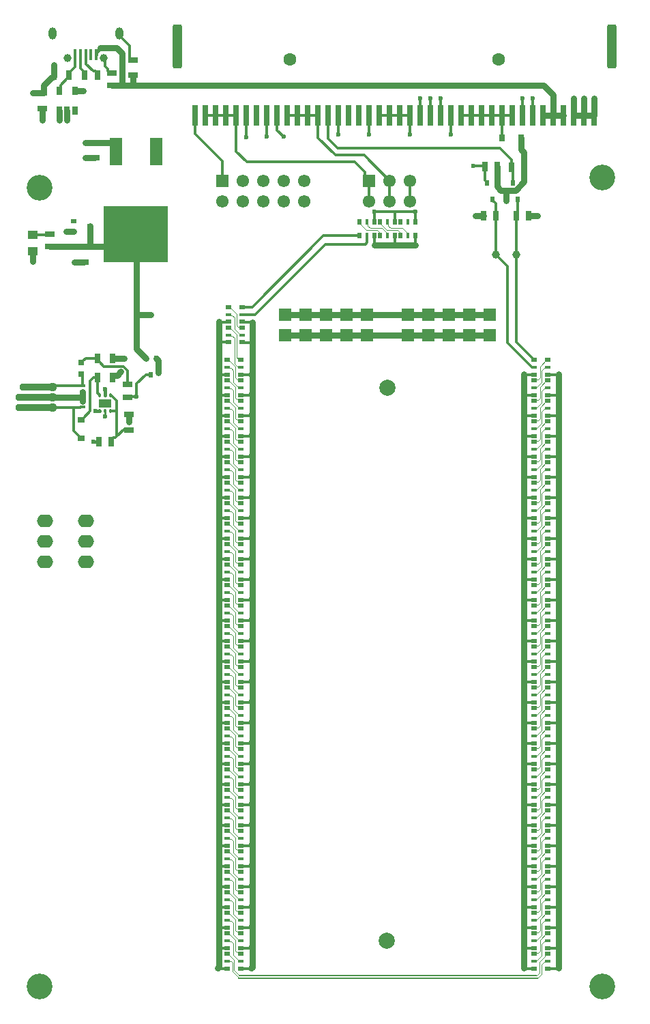
<source format=gtl>
G04*
G04 #@! TF.GenerationSoftware,Altium Limited,Altium Designer,21.7.2 (23)*
G04*
G04 Layer_Physical_Order=1*
G04 Layer_Color=255*
%FSLAX44Y44*%
%MOMM*%
G71*
G04*
G04 #@! TF.SameCoordinates,2D43C529-5F5C-4530-9EA0-3B9ACAEA384B*
G04*
G04*
G04 #@! TF.FilePolarity,Positive*
G04*
G01*
G75*
%ADD10C,0.1016*%
%ADD14C,0.2000*%
%ADD16R,0.4000X1.3500*%
%ADD17R,0.8000X2.5000*%
%ADD18R,0.5000X0.7000*%
%ADD19R,0.8000X0.9000*%
%ADD20R,0.7000X1.3000*%
%ADD21R,0.8000X0.5000*%
%ADD22R,0.8000X0.3000*%
%ADD23C,1.0000*%
%ADD24R,0.9000X0.8000*%
%ADD25R,0.8000X1.2500*%
%ADD26R,1.3000X0.7000*%
G04:AMPARAMS|DCode=27|XSize=0.3mm|YSize=0.45mm|CornerRadius=0.0495mm|HoleSize=0mm|Usage=FLASHONLY|Rotation=180.000|XOffset=0mm|YOffset=0mm|HoleType=Round|Shape=RoundedRectangle|*
%AMROUNDEDRECTD27*
21,1,0.3000,0.3510,0,0,180.0*
21,1,0.2010,0.4500,0,0,180.0*
1,1,0.0990,-0.1005,0.1755*
1,1,0.0990,0.1005,0.1755*
1,1,0.0990,0.1005,-0.1755*
1,1,0.0990,-0.1005,-0.1755*
%
%ADD27ROUNDEDRECTD27*%
%ADD28R,0.7000X0.7500*%
%ADD29R,0.7000X0.4000*%
%ADD30R,1.2500X0.8000*%
%ADD31R,0.5000X0.8000*%
%ADD32R,0.3000X0.8000*%
%ADD33R,0.7000X0.5000*%
%ADD34R,1.2000X1.1000*%
%ADD35R,1.6000X3.5000*%
%ADD36R,8.0000X7.0000*%
%ADD37R,0.7000X1.0000*%
G04:AMPARAMS|DCode=59|XSize=0.9mm|YSize=4.3mm|CornerRadius=0.351mm|HoleSize=0mm|Usage=FLASHONLY|Rotation=90.000|XOffset=0mm|YOffset=0mm|HoleType=Round|Shape=RoundedRectangle|*
%AMROUNDEDRECTD59*
21,1,0.9000,3.5980,0,0,90.0*
21,1,0.1980,4.3000,0,0,90.0*
1,1,0.7020,1.7990,0.0990*
1,1,0.7020,1.7990,-0.0990*
1,1,0.7020,-1.7990,-0.0990*
1,1,0.7020,-1.7990,0.0990*
%
%ADD59ROUNDEDRECTD59*%
G04:AMPARAMS|DCode=60|XSize=0.9mm|YSize=4.8mm|CornerRadius=0.351mm|HoleSize=0mm|Usage=FLASHONLY|Rotation=90.000|XOffset=0mm|YOffset=0mm|HoleType=Round|Shape=RoundedRectangle|*
%AMROUNDEDRECTD60*
21,1,0.9000,4.0980,0,0,90.0*
21,1,0.1980,4.8000,0,0,90.0*
1,1,0.7020,2.0490,0.0990*
1,1,0.7020,2.0490,-0.0990*
1,1,0.7020,-2.0490,-0.0990*
1,1,0.7020,-2.0490,0.0990*
%
%ADD60ROUNDEDRECTD60*%
%ADD69C,1.1100*%
G04:AMPARAMS|DCode=74|XSize=1mm|YSize=1.6mm|CornerRadius=0.05mm|HoleSize=0mm|Usage=FLASHONLY|Rotation=90.000|XOffset=0mm|YOffset=0mm|HoleType=Round|Shape=RoundedRectangle|*
%AMROUNDEDRECTD74*
21,1,1.0000,1.5000,0,0,90.0*
21,1,0.9000,1.6000,0,0,90.0*
1,1,0.1000,0.7500,0.4500*
1,1,0.1000,0.7500,-0.4500*
1,1,0.1000,-0.7500,-0.4500*
1,1,0.1000,-0.7500,0.4500*
%
%ADD74ROUNDEDRECTD74*%
%ADD75C,0.3000*%
%ADD76C,0.7620*%
%ADD77C,0.3048*%
%ADD78C,0.4000*%
%ADD79C,0.2540*%
%ADD80O,1.0000X1.5000*%
G04:AMPARAMS|DCode=81|XSize=5.5mm|YSize=1.2mm|CornerRadius=0.3mm|HoleSize=0mm|Usage=FLASHONLY|Rotation=270.000|XOffset=0mm|YOffset=0mm|HoleType=Round|Shape=RoundedRectangle|*
%AMROUNDEDRECTD81*
21,1,5.5000,0.6000,0,0,270.0*
21,1,4.9000,1.2000,0,0,270.0*
1,1,0.6000,-0.3000,-2.4500*
1,1,0.6000,-0.3000,2.4500*
1,1,0.6000,0.3000,2.4500*
1,1,0.6000,0.3000,-2.4500*
%
%ADD81ROUNDEDRECTD81*%
%ADD82C,1.6000*%
%ADD83O,2.0000X1.6000*%
%ADD84C,3.2000*%
%ADD85C,1.5500*%
%ADD86R,1.5500X1.5500*%
%ADD87C,2.0000*%
%ADD88R,1.6000X1.6000*%
%ADD89C,0.6000*%
D10*
X277368Y56642D02*
X284988Y49022D01*
X656772D02*
X661450Y53700D01*
X495300Y969400D02*
Y971900D01*
X460900Y984900D02*
Y986400D01*
X494308Y972892D02*
X495300Y971900D01*
X494308Y972892D02*
X494308D01*
X469900Y986400D02*
X470892Y985408D01*
Y982022D02*
Y985408D01*
Y982022D02*
X473964Y978950D01*
X488250D01*
X494308Y972892D01*
X485027Y970673D02*
X486300Y969400D01*
X485027Y970673D02*
Y974329D01*
X482726Y976630D02*
X485027Y974329D01*
X460900Y984900D02*
X469170Y976630D01*
X482726D01*
X469900Y969400D02*
Y971900D01*
X435500Y984900D02*
Y986400D01*
X468908Y972892D02*
X469900Y971900D01*
X468908Y972892D02*
X468908D01*
X444500Y986400D02*
X445492Y985408D01*
Y982022D02*
Y985408D01*
Y982022D02*
X448564Y978950D01*
X462850D01*
X468908Y972892D01*
X459627Y970673D02*
X460900Y969400D01*
X459627Y970673D02*
Y974329D01*
X457326Y976630D02*
X459627Y974329D01*
X435500Y984900D02*
X443770Y976630D01*
X457326D01*
X282448Y818727D02*
X283733Y817442D01*
X285908D02*
X287900Y815450D01*
X283733Y817442D02*
X285908D01*
X280128Y810850D02*
X283536Y807442D01*
X286908D02*
X287535Y806815D01*
X283536Y807442D02*
X286908D01*
X282448Y818727D02*
Y847180D01*
X274178Y855450D02*
X282448Y847180D01*
X280128Y810850D02*
Y842386D01*
X277056Y845458D02*
X280128Y842386D01*
X273670Y845458D02*
X277056D01*
X272678Y846450D02*
X273670Y845458D01*
X272678Y855450D02*
X274178D01*
X282448Y859024D02*
Y872580D01*
X274178Y880850D02*
X282448Y872580D01*
Y859024D02*
X284749Y856723D01*
X288405D01*
X289678Y855450D01*
X280128Y853500D02*
X286186Y847442D01*
X280128Y853500D02*
Y867786D01*
X277056Y870858D02*
X280128Y867786D01*
X273670Y870858D02*
X277056D01*
X272678Y871850D02*
X273670Y870858D01*
X286186Y847442D02*
Y847442D01*
Y847442D02*
X287178Y846450D01*
X272678Y880850D02*
X274178D01*
X287178Y846450D02*
X289678D01*
X655200Y51950D02*
X658622Y55372D01*
X279400Y58420D02*
X285870Y51950D01*
X277368Y56642D02*
Y68268D01*
X275786Y69850D02*
X277368Y68268D01*
X270900Y69850D02*
X275786D01*
X661450Y53700D02*
Y65786D01*
X664522Y68858D01*
X667908D01*
X668900Y69850D01*
X272400Y78850D02*
X274392Y76858D01*
Y76678D02*
X279400Y71670D01*
X270900Y78850D02*
X272400D01*
X279400Y58420D02*
Y71670D01*
X274392Y76678D02*
Y76858D01*
X658622Y55372D02*
Y68572D01*
X665588Y76858D02*
X667580Y78850D01*
X658622Y68572D02*
X665588Y75538D01*
X667580Y78850D02*
X668900D01*
X665588Y75538D02*
Y76858D01*
X280924Y82678D02*
Y96234D01*
X272654Y104504D02*
X280924Y96234D01*
Y82678D02*
X283225Y80377D01*
X286881D01*
X288154Y79104D01*
X278604Y77154D02*
X284662Y71096D01*
X278604Y77154D02*
Y91440D01*
X275532Y94512D02*
X278604Y91440D01*
X272146Y94512D02*
X275532D01*
X271154Y95504D02*
X272146Y94512D01*
X284662Y71096D02*
Y71096D01*
Y71096D02*
X285654Y70104D01*
X271154Y104504D02*
X272654D01*
X285654Y70104D02*
X288154D01*
X280924Y108078D02*
Y121634D01*
X272654Y129904D02*
X280924Y121634D01*
Y108078D02*
X283225Y105777D01*
X286881D01*
X288154Y104504D01*
X278604Y102554D02*
X284662Y96496D01*
X278604Y102554D02*
Y116840D01*
X275532Y119912D02*
X278604Y116840D01*
X272146Y119912D02*
X275532D01*
X271154Y120904D02*
X272146Y119912D01*
X284662Y96496D02*
Y96496D01*
Y96496D02*
X285654Y95504D01*
X271154Y129904D02*
X272654D01*
X285654Y95504D02*
X288154D01*
X280924Y133478D02*
Y147034D01*
X272654Y155304D02*
X280924Y147034D01*
Y133478D02*
X283225Y131177D01*
X286881D01*
X288154Y129904D01*
X278604Y127954D02*
X284662Y121896D01*
X278604Y127954D02*
Y142240D01*
X275532Y145312D02*
X278604Y142240D01*
X272146Y145312D02*
X275532D01*
X271154Y146304D02*
X272146Y145312D01*
X284662Y121896D02*
Y121896D01*
Y121896D02*
X285654Y120904D01*
X271154Y155304D02*
X272654D01*
X285654Y120904D02*
X288154D01*
X280924Y158878D02*
Y172434D01*
X272654Y180704D02*
X280924Y172434D01*
Y158878D02*
X283225Y156577D01*
X286881D01*
X288154Y155304D01*
X278604Y153354D02*
X284662Y147296D01*
X278604Y153354D02*
Y167640D01*
X275532Y170712D02*
X278604Y167640D01*
X272146Y170712D02*
X275532D01*
X271154Y171704D02*
X272146Y170712D01*
X284662Y147296D02*
Y147296D01*
Y147296D02*
X285654Y146304D01*
X271154Y180704D02*
X272654D01*
X285654Y146304D02*
X288154D01*
X280924Y184278D02*
Y197834D01*
X272654Y206104D02*
X280924Y197834D01*
Y184278D02*
X283225Y181977D01*
X286881D01*
X288154Y180704D01*
X278604Y178754D02*
X284662Y172696D01*
X278604Y178754D02*
Y193040D01*
X275532Y196112D02*
X278604Y193040D01*
X272146Y196112D02*
X275532D01*
X271154Y197104D02*
X272146Y196112D01*
X284662Y172696D02*
Y172696D01*
Y172696D02*
X285654Y171704D01*
X271154Y206104D02*
X272654D01*
X285654Y171704D02*
X288154D01*
X280924Y209678D02*
Y223234D01*
X272654Y231504D02*
X280924Y223234D01*
Y209678D02*
X283225Y207377D01*
X286881D01*
X288154Y206104D01*
X278604Y204154D02*
X284662Y198096D01*
X278604Y204154D02*
Y218440D01*
X275532Y221512D02*
X278604Y218440D01*
X272146Y221512D02*
X275532D01*
X271154Y222504D02*
X272146Y221512D01*
X284662Y198096D02*
Y198096D01*
Y198096D02*
X285654Y197104D01*
X271154Y231504D02*
X272654D01*
X285654Y197104D02*
X288154D01*
X280924Y235078D02*
Y248634D01*
X272654Y256904D02*
X280924Y248634D01*
Y235078D02*
X283225Y232777D01*
X286881D01*
X288154Y231504D01*
X278604Y229554D02*
X284662Y223496D01*
X278604Y229554D02*
Y243840D01*
X275532Y246912D02*
X278604Y243840D01*
X272146Y246912D02*
X275532D01*
X271154Y247904D02*
X272146Y246912D01*
X284662Y223496D02*
Y223496D01*
Y223496D02*
X285654Y222504D01*
X271154Y256904D02*
X272654D01*
X285654Y222504D02*
X288154D01*
X280924Y260478D02*
Y274034D01*
X272654Y282304D02*
X280924Y274034D01*
Y260478D02*
X283225Y258177D01*
X286881D01*
X288154Y256904D01*
X278604Y254954D02*
X284662Y248896D01*
X278604Y254954D02*
Y269240D01*
X275532Y272312D02*
X278604Y269240D01*
X272146Y272312D02*
X275532D01*
X271154Y273304D02*
X272146Y272312D01*
X284662Y248896D02*
Y248896D01*
Y248896D02*
X285654Y247904D01*
X271154Y282304D02*
X272654D01*
X285654Y247904D02*
X288154D01*
X280924Y285878D02*
Y299434D01*
X272654Y307704D02*
X280924Y299434D01*
Y285878D02*
X283225Y283577D01*
X286881D01*
X288154Y282304D01*
X278604Y280354D02*
X284662Y274296D01*
X278604Y280354D02*
Y294640D01*
X275532Y297712D02*
X278604Y294640D01*
X272146Y297712D02*
X275532D01*
X271154Y298704D02*
X272146Y297712D01*
X284662Y274296D02*
Y274296D01*
Y274296D02*
X285654Y273304D01*
X271154Y307704D02*
X272654D01*
X285654Y273304D02*
X288154D01*
X280924Y311278D02*
Y324834D01*
X272654Y333104D02*
X280924Y324834D01*
Y311278D02*
X283225Y308977D01*
X286881D01*
X288154Y307704D01*
X278604Y305754D02*
X284662Y299696D01*
X278604Y305754D02*
Y320040D01*
X275532Y323112D02*
X278604Y320040D01*
X272146Y323112D02*
X275532D01*
X271154Y324104D02*
X272146Y323112D01*
X284662Y299696D02*
Y299696D01*
Y299696D02*
X285654Y298704D01*
X271154Y333104D02*
X272654D01*
X285654Y298704D02*
X288154D01*
X280924Y336678D02*
Y350234D01*
X272654Y358504D02*
X280924Y350234D01*
Y336678D02*
X283225Y334377D01*
X286881D01*
X288154Y333104D01*
X278604Y331154D02*
X284662Y325096D01*
X278604Y331154D02*
Y345440D01*
X275532Y348512D02*
X278604Y345440D01*
X272146Y348512D02*
X275532D01*
X271154Y349504D02*
X272146Y348512D01*
X284662Y325096D02*
Y325096D01*
Y325096D02*
X285654Y324104D01*
X271154Y358504D02*
X272654D01*
X285654Y324104D02*
X288154D01*
X280924Y362078D02*
Y375634D01*
X272654Y383904D02*
X280924Y375634D01*
Y362078D02*
X283225Y359777D01*
X286881D01*
X288154Y358504D01*
X278604Y356554D02*
X284662Y350496D01*
X278604Y356554D02*
Y370840D01*
X275532Y373912D02*
X278604Y370840D01*
X272146Y373912D02*
X275532D01*
X271154Y374904D02*
X272146Y373912D01*
X284662Y350496D02*
Y350496D01*
Y350496D02*
X285654Y349504D01*
X271154Y383904D02*
X272654D01*
X285654Y349504D02*
X288154D01*
X280924Y387478D02*
Y401034D01*
X272654Y409304D02*
X280924Y401034D01*
Y387478D02*
X283225Y385177D01*
X286881D01*
X288154Y383904D01*
X278604Y381954D02*
X284662Y375896D01*
X278604Y381954D02*
Y396240D01*
X275532Y399312D02*
X278604Y396240D01*
X272146Y399312D02*
X275532D01*
X271154Y400304D02*
X272146Y399312D01*
X284662Y375896D02*
Y375896D01*
Y375896D02*
X285654Y374904D01*
X271154Y409304D02*
X272654D01*
X285654Y374904D02*
X288154D01*
X280924Y412878D02*
Y426434D01*
X272654Y434704D02*
X280924Y426434D01*
Y412878D02*
X283225Y410577D01*
X286881D01*
X288154Y409304D01*
X278604Y407354D02*
X284662Y401296D01*
X278604Y407354D02*
Y421640D01*
X275532Y424712D02*
X278604Y421640D01*
X272146Y424712D02*
X275532D01*
X271154Y425704D02*
X272146Y424712D01*
X284662Y401296D02*
Y401296D01*
Y401296D02*
X285654Y400304D01*
X271154Y434704D02*
X272654D01*
X285654Y400304D02*
X288154D01*
X280924Y438278D02*
Y451834D01*
X272654Y460104D02*
X280924Y451834D01*
Y438278D02*
X283225Y435977D01*
X286881D01*
X288154Y434704D01*
X278604Y432754D02*
X284662Y426696D01*
X278604Y432754D02*
Y447040D01*
X275532Y450112D02*
X278604Y447040D01*
X272146Y450112D02*
X275532D01*
X271154Y451104D02*
X272146Y450112D01*
X284662Y426696D02*
Y426696D01*
Y426696D02*
X285654Y425704D01*
X271154Y460104D02*
X272654D01*
X285654Y425704D02*
X288154D01*
X280924Y463678D02*
Y477234D01*
X272654Y485504D02*
X280924Y477234D01*
Y463678D02*
X283225Y461377D01*
X286881D01*
X288154Y460104D01*
X278604Y458154D02*
X284662Y452096D01*
X278604Y458154D02*
Y472440D01*
X275532Y475512D02*
X278604Y472440D01*
X272146Y475512D02*
X275532D01*
X271154Y476504D02*
X272146Y475512D01*
X284662Y452096D02*
Y452096D01*
Y452096D02*
X285654Y451104D01*
X271154Y485504D02*
X272654D01*
X285654Y451104D02*
X288154D01*
X280924Y489078D02*
Y502634D01*
X272654Y510904D02*
X280924Y502634D01*
Y489078D02*
X283225Y486777D01*
X286881D01*
X288154Y485504D01*
X278604Y483554D02*
X284662Y477496D01*
X278604Y483554D02*
Y497840D01*
X275532Y500912D02*
X278604Y497840D01*
X272146Y500912D02*
X275532D01*
X271154Y501904D02*
X272146Y500912D01*
X284662Y477496D02*
Y477496D01*
Y477496D02*
X285654Y476504D01*
X271154Y510904D02*
X272654D01*
X285654Y476504D02*
X288154D01*
X280924Y514478D02*
Y528034D01*
X272654Y536304D02*
X280924Y528034D01*
Y514478D02*
X283225Y512177D01*
X286881D01*
X288154Y510904D01*
X278604Y508954D02*
X284662Y502896D01*
X278604Y508954D02*
Y523240D01*
X275532Y526312D02*
X278604Y523240D01*
X272146Y526312D02*
X275532D01*
X271154Y527304D02*
X272146Y526312D01*
X284662Y502896D02*
Y502896D01*
Y502896D02*
X285654Y501904D01*
X271154Y536304D02*
X272654D01*
X285654Y501904D02*
X288154D01*
X280924Y539878D02*
Y553434D01*
X272654Y561704D02*
X280924Y553434D01*
Y539878D02*
X283225Y537577D01*
X286881D01*
X288154Y536304D01*
X278604Y534354D02*
X284662Y528296D01*
X278604Y534354D02*
Y548640D01*
X275532Y551712D02*
X278604Y548640D01*
X272146Y551712D02*
X275532D01*
X271154Y552704D02*
X272146Y551712D01*
X284662Y528296D02*
Y528296D01*
Y528296D02*
X285654Y527304D01*
X271154Y561704D02*
X272654D01*
X285654Y527304D02*
X288154D01*
X280924Y565278D02*
Y578834D01*
X272654Y587104D02*
X280924Y578834D01*
Y565278D02*
X283225Y562977D01*
X286881D01*
X288154Y561704D01*
X278604Y559754D02*
X284662Y553696D01*
X278604Y559754D02*
Y574040D01*
X275532Y577112D02*
X278604Y574040D01*
X272146Y577112D02*
X275532D01*
X271154Y578104D02*
X272146Y577112D01*
X284662Y553696D02*
Y553696D01*
Y553696D02*
X285654Y552704D01*
X271154Y587104D02*
X272654D01*
X285654Y552704D02*
X288154D01*
X280924Y590678D02*
Y604234D01*
X272654Y612504D02*
X280924Y604234D01*
Y590678D02*
X283225Y588377D01*
X286881D01*
X288154Y587104D01*
X278604Y585154D02*
X284662Y579096D01*
X278604Y585154D02*
Y599440D01*
X275532Y602512D02*
X278604Y599440D01*
X272146Y602512D02*
X275532D01*
X271154Y603504D02*
X272146Y602512D01*
X284662Y579096D02*
Y579096D01*
Y579096D02*
X285654Y578104D01*
X271154Y612504D02*
X272654D01*
X285654Y578104D02*
X288154D01*
X280924Y616078D02*
Y629634D01*
X272654Y637904D02*
X280924Y629634D01*
Y616078D02*
X283225Y613777D01*
X286881D01*
X288154Y612504D01*
X278604Y610554D02*
X284662Y604496D01*
X278604Y610554D02*
Y624840D01*
X275532Y627912D02*
X278604Y624840D01*
X272146Y627912D02*
X275532D01*
X271154Y628904D02*
X272146Y627912D01*
X284662Y604496D02*
Y604496D01*
Y604496D02*
X285654Y603504D01*
X271154Y637904D02*
X272654D01*
X285654Y603504D02*
X288154D01*
X280924Y641478D02*
Y655034D01*
X272654Y663304D02*
X280924Y655034D01*
Y641478D02*
X283225Y639177D01*
X286881D01*
X288154Y637904D01*
X278604Y635954D02*
X284662Y629896D01*
X278604Y635954D02*
Y650240D01*
X275532Y653312D02*
X278604Y650240D01*
X272146Y653312D02*
X275532D01*
X271154Y654304D02*
X272146Y653312D01*
X284662Y629896D02*
Y629896D01*
Y629896D02*
X285654Y628904D01*
X271154Y663304D02*
X272654D01*
X285654Y628904D02*
X288154D01*
X280924Y666878D02*
Y680434D01*
X272654Y688704D02*
X280924Y680434D01*
Y666878D02*
X283225Y664577D01*
X286881D01*
X288154Y663304D01*
X278604Y661354D02*
X284662Y655296D01*
X278604Y661354D02*
Y675640D01*
X275532Y678712D02*
X278604Y675640D01*
X272146Y678712D02*
X275532D01*
X271154Y679704D02*
X272146Y678712D01*
X284662Y655296D02*
Y655296D01*
Y655296D02*
X285654Y654304D01*
X271154Y688704D02*
X272654D01*
X285654Y654304D02*
X288154D01*
X280924Y692278D02*
Y705834D01*
X272654Y714104D02*
X280924Y705834D01*
Y692278D02*
X283225Y689977D01*
X286881D01*
X288154Y688704D01*
X278604Y686754D02*
X284662Y680696D01*
X278604Y686754D02*
Y701040D01*
X275532Y704112D02*
X278604Y701040D01*
X272146Y704112D02*
X275532D01*
X271154Y705104D02*
X272146Y704112D01*
X284662Y680696D02*
Y680696D01*
Y680696D02*
X285654Y679704D01*
X271154Y714104D02*
X272654D01*
X285654Y679704D02*
X288154D01*
X280924Y717678D02*
Y731234D01*
X272654Y739504D02*
X280924Y731234D01*
Y717678D02*
X283225Y715377D01*
X286881D01*
X288154Y714104D01*
X278604Y712154D02*
X284662Y706096D01*
X278604Y712154D02*
Y726440D01*
X275532Y729512D02*
X278604Y726440D01*
X272146Y729512D02*
X275532D01*
X271154Y730504D02*
X272146Y729512D01*
X284662Y706096D02*
Y706096D01*
Y706096D02*
X285654Y705104D01*
X271154Y739504D02*
X272654D01*
X285654Y705104D02*
X288154D01*
X280924Y743078D02*
Y756634D01*
X272654Y764904D02*
X280924Y756634D01*
Y743078D02*
X283225Y740777D01*
X286881D01*
X288154Y739504D01*
X278604Y737554D02*
X284662Y731496D01*
X278604Y737554D02*
Y751840D01*
X275532Y754912D02*
X278604Y751840D01*
X272146Y754912D02*
X275532D01*
X271154Y755904D02*
X272146Y754912D01*
X284662Y731496D02*
Y731496D01*
Y731496D02*
X285654Y730504D01*
X271154Y764904D02*
X272654D01*
X285654Y730504D02*
X288154D01*
X280924Y768478D02*
Y782034D01*
X272654Y790304D02*
X280924Y782034D01*
Y768478D02*
X283225Y766177D01*
X286881D01*
X288154Y764904D01*
X278604Y762954D02*
X284662Y756896D01*
X278604Y762954D02*
Y777240D01*
X275532Y780312D02*
X278604Y777240D01*
X272146Y780312D02*
X275532D01*
X271154Y781304D02*
X272146Y780312D01*
X284662Y756896D02*
Y756896D01*
Y756896D02*
X285654Y755904D01*
X271154Y790304D02*
X272654D01*
X285654Y755904D02*
X288154D01*
X285654Y781050D02*
X288154D01*
X271154Y815450D02*
X272654D01*
X284662Y782042D02*
X285654Y781050D01*
X284662Y782042D02*
Y782042D01*
X271154Y806450D02*
X272146Y805458D01*
X275532D01*
X278604Y802386D01*
Y788100D02*
Y802386D01*
Y788100D02*
X284662Y782042D01*
X286881Y791323D02*
X288154Y790050D01*
X283225Y791323D02*
X286881D01*
X280924Y793624D02*
X283225Y791323D01*
X272654Y815450D02*
X280924Y807180D01*
Y793624D02*
Y807180D01*
X651900Y69850D02*
X654400D01*
X667400Y104250D02*
X668900D01*
X654400Y69850D02*
X655392Y70842D01*
Y70842D01*
X667908Y94258D02*
X668900Y95250D01*
X664522Y94258D02*
X667908D01*
X661450Y91186D02*
X664522Y94258D01*
X661450Y76900D02*
Y91186D01*
X655392Y70842D02*
X661450Y76900D01*
X651900Y78850D02*
X653173Y80123D01*
X656829D01*
X659130Y82424D01*
Y95980D02*
X667400Y104250D01*
X659130Y82424D02*
Y95980D01*
X651900Y95250D02*
X654400D01*
X667400Y129650D02*
X668900D01*
X654400Y95250D02*
X655392Y96242D01*
Y96242D01*
X667908Y119658D02*
X668900Y120650D01*
X664522Y119658D02*
X667908D01*
X661450Y116586D02*
X664522Y119658D01*
X661450Y102300D02*
Y116586D01*
X655392Y96242D02*
X661450Y102300D01*
X651900Y104250D02*
X653173Y105523D01*
X656829D01*
X659130Y107824D01*
Y121380D02*
X667400Y129650D01*
X659130Y107824D02*
Y121380D01*
X651900Y120650D02*
X654400D01*
X667400Y155050D02*
X668900D01*
X654400Y120650D02*
X655392Y121642D01*
Y121642D01*
X667908Y145058D02*
X668900Y146050D01*
X664522Y145058D02*
X667908D01*
X661450Y141986D02*
X664522Y145058D01*
X661450Y127700D02*
Y141986D01*
X655392Y121642D02*
X661450Y127700D01*
X651900Y129650D02*
X653173Y130923D01*
X656829D01*
X659130Y133224D01*
Y146780D02*
X667400Y155050D01*
X659130Y133224D02*
Y146780D01*
X651900Y146050D02*
X654400D01*
X667400Y180450D02*
X668900D01*
X654400Y146050D02*
X655392Y147042D01*
Y147042D01*
X667908Y170458D02*
X668900Y171450D01*
X664522Y170458D02*
X667908D01*
X661450Y167386D02*
X664522Y170458D01*
X661450Y153100D02*
Y167386D01*
X655392Y147042D02*
X661450Y153100D01*
X651900Y155050D02*
X653173Y156323D01*
X656829D01*
X659130Y158624D01*
Y172180D02*
X667400Y180450D01*
X659130Y158624D02*
Y172180D01*
X651900Y171450D02*
X654400D01*
X667400Y205850D02*
X668900D01*
X654400Y171450D02*
X655392Y172442D01*
Y172442D01*
X667908Y195858D02*
X668900Y196850D01*
X664522Y195858D02*
X667908D01*
X661450Y192786D02*
X664522Y195858D01*
X661450Y178500D02*
Y192786D01*
X655392Y172442D02*
X661450Y178500D01*
X651900Y180450D02*
X653173Y181723D01*
X656829D01*
X659130Y184024D01*
Y197580D02*
X667400Y205850D01*
X659130Y184024D02*
Y197580D01*
X651900Y196850D02*
X654400D01*
X667400Y231250D02*
X668900D01*
X654400Y196850D02*
X655392Y197842D01*
Y197842D01*
X667908Y221258D02*
X668900Y222250D01*
X664522Y221258D02*
X667908D01*
X661450Y218186D02*
X664522Y221258D01*
X661450Y203900D02*
Y218186D01*
X655392Y197842D02*
X661450Y203900D01*
X651900Y205850D02*
X653173Y207123D01*
X656829D01*
X659130Y209424D01*
Y222980D02*
X667400Y231250D01*
X659130Y209424D02*
Y222980D01*
X651900Y222250D02*
X654400D01*
X667400Y256650D02*
X668900D01*
X654400Y222250D02*
X655392Y223242D01*
Y223242D01*
X667908Y246658D02*
X668900Y247650D01*
X664522Y246658D02*
X667908D01*
X661450Y243586D02*
X664522Y246658D01*
X661450Y229300D02*
Y243586D01*
X655392Y223242D02*
X661450Y229300D01*
X651900Y231250D02*
X653173Y232523D01*
X656829D01*
X659130Y234824D01*
Y248380D02*
X667400Y256650D01*
X659130Y234824D02*
Y248380D01*
X651900Y247650D02*
X654400D01*
X667400Y282050D02*
X668900D01*
X654400Y247650D02*
X655392Y248642D01*
Y248642D01*
X667908Y272058D02*
X668900Y273050D01*
X664522Y272058D02*
X667908D01*
X661450Y268986D02*
X664522Y272058D01*
X661450Y254700D02*
Y268986D01*
X655392Y248642D02*
X661450Y254700D01*
X651900Y256650D02*
X653173Y257923D01*
X656829D01*
X659130Y260224D01*
Y273780D02*
X667400Y282050D01*
X659130Y260224D02*
Y273780D01*
X651900Y273050D02*
X654400D01*
X667400Y307450D02*
X668900D01*
X654400Y273050D02*
X655392Y274042D01*
Y274042D01*
X667908Y297458D02*
X668900Y298450D01*
X664522Y297458D02*
X667908D01*
X661450Y294386D02*
X664522Y297458D01*
X661450Y280100D02*
Y294386D01*
X655392Y274042D02*
X661450Y280100D01*
X651900Y282050D02*
X653173Y283323D01*
X656829D01*
X659130Y285624D01*
Y299180D02*
X667400Y307450D01*
X659130Y285624D02*
Y299180D01*
X651900Y298450D02*
X654400D01*
X667400Y332850D02*
X668900D01*
X654400Y298450D02*
X655392Y299442D01*
Y299442D01*
X667908Y322858D02*
X668900Y323850D01*
X664522Y322858D02*
X667908D01*
X661450Y319786D02*
X664522Y322858D01*
X661450Y305500D02*
Y319786D01*
X655392Y299442D02*
X661450Y305500D01*
X651900Y307450D02*
X653173Y308723D01*
X656829D01*
X659130Y311024D01*
Y324580D02*
X667400Y332850D01*
X659130Y311024D02*
Y324580D01*
X651900Y323850D02*
X654400D01*
X667400Y358250D02*
X668900D01*
X654400Y323850D02*
X655392Y324842D01*
Y324842D01*
X667908Y348258D02*
X668900Y349250D01*
X664522Y348258D02*
X667908D01*
X661450Y345186D02*
X664522Y348258D01*
X661450Y330900D02*
Y345186D01*
X655392Y324842D02*
X661450Y330900D01*
X651900Y332850D02*
X653173Y334123D01*
X656829D01*
X659130Y336424D01*
Y349980D02*
X667400Y358250D01*
X659130Y336424D02*
Y349980D01*
X651900Y349250D02*
X654400D01*
X667400Y383650D02*
X668900D01*
X654400Y349250D02*
X655392Y350242D01*
Y350242D01*
X667908Y373658D02*
X668900Y374650D01*
X664522Y373658D02*
X667908D01*
X661450Y370586D02*
X664522Y373658D01*
X661450Y356300D02*
Y370586D01*
X655392Y350242D02*
X661450Y356300D01*
X651900Y358250D02*
X653173Y359523D01*
X656829D01*
X659130Y361824D01*
Y375380D02*
X667400Y383650D01*
X659130Y361824D02*
Y375380D01*
X651900Y374650D02*
X654400D01*
X667400Y409050D02*
X668900D01*
X654400Y374650D02*
X655392Y375642D01*
Y375642D01*
X667908Y399058D02*
X668900Y400050D01*
X664522Y399058D02*
X667908D01*
X661450Y395986D02*
X664522Y399058D01*
X661450Y381700D02*
Y395986D01*
X655392Y375642D02*
X661450Y381700D01*
X651900Y383650D02*
X653173Y384923D01*
X656829D01*
X659130Y387224D01*
Y400780D02*
X667400Y409050D01*
X659130Y387224D02*
Y400780D01*
X651900Y400050D02*
X654400D01*
X667400Y434450D02*
X668900D01*
X654400Y400050D02*
X655392Y401042D01*
Y401042D01*
X667908Y424458D02*
X668900Y425450D01*
X664522Y424458D02*
X667908D01*
X661450Y421386D02*
X664522Y424458D01*
X661450Y407100D02*
Y421386D01*
X655392Y401042D02*
X661450Y407100D01*
X651900Y409050D02*
X653173Y410323D01*
X656829D01*
X659130Y412624D01*
Y426180D02*
X667400Y434450D01*
X659130Y412624D02*
Y426180D01*
X651900Y425450D02*
X654400D01*
X667400Y459850D02*
X668900D01*
X654400Y425450D02*
X655392Y426442D01*
Y426442D01*
X667908Y449858D02*
X668900Y450850D01*
X664522Y449858D02*
X667908D01*
X661450Y446786D02*
X664522Y449858D01*
X661450Y432500D02*
Y446786D01*
X655392Y426442D02*
X661450Y432500D01*
X651900Y434450D02*
X653173Y435723D01*
X656829D01*
X659130Y438024D01*
Y451580D02*
X667400Y459850D01*
X659130Y438024D02*
Y451580D01*
X651900Y450850D02*
X654400D01*
X667400Y485250D02*
X668900D01*
X654400Y450850D02*
X655392Y451842D01*
Y451842D01*
X667908Y475258D02*
X668900Y476250D01*
X664522Y475258D02*
X667908D01*
X661450Y472186D02*
X664522Y475258D01*
X661450Y457900D02*
Y472186D01*
X655392Y451842D02*
X661450Y457900D01*
X651900Y459850D02*
X653173Y461123D01*
X656829D01*
X659130Y463424D01*
Y476980D02*
X667400Y485250D01*
X659130Y463424D02*
Y476980D01*
X651900Y476250D02*
X654400D01*
X667400Y510650D02*
X668900D01*
X654400Y476250D02*
X655392Y477242D01*
Y477242D01*
X667908Y500658D02*
X668900Y501650D01*
X664522Y500658D02*
X667908D01*
X661450Y497586D02*
X664522Y500658D01*
X661450Y483300D02*
Y497586D01*
X655392Y477242D02*
X661450Y483300D01*
X651900Y485250D02*
X653173Y486523D01*
X656829D01*
X659130Y488824D01*
Y502380D02*
X667400Y510650D01*
X659130Y488824D02*
Y502380D01*
X651900Y501650D02*
X654400D01*
X667400Y536050D02*
X668900D01*
X654400Y501650D02*
X655392Y502642D01*
Y502642D01*
X667908Y526058D02*
X668900Y527050D01*
X664522Y526058D02*
X667908D01*
X661450Y522986D02*
X664522Y526058D01*
X661450Y508700D02*
Y522986D01*
X655392Y502642D02*
X661450Y508700D01*
X651900Y510650D02*
X653173Y511923D01*
X656829D01*
X659130Y514224D01*
Y527780D02*
X667400Y536050D01*
X659130Y514224D02*
Y527780D01*
X651900Y527050D02*
X654400D01*
X667400Y561450D02*
X668900D01*
X654400Y527050D02*
X655392Y528042D01*
Y528042D01*
X667908Y551458D02*
X668900Y552450D01*
X664522Y551458D02*
X667908D01*
X661450Y548386D02*
X664522Y551458D01*
X661450Y534100D02*
Y548386D01*
X655392Y528042D02*
X661450Y534100D01*
X651900Y536050D02*
X653173Y537323D01*
X656829D01*
X659130Y539624D01*
Y553180D02*
X667400Y561450D01*
X659130Y539624D02*
Y553180D01*
X651900Y552450D02*
X654400D01*
X667400Y586850D02*
X668900D01*
X654400Y552450D02*
X655392Y553442D01*
Y553442D01*
X667908Y576858D02*
X668900Y577850D01*
X664522Y576858D02*
X667908D01*
X661450Y573786D02*
X664522Y576858D01*
X661450Y559500D02*
Y573786D01*
X655392Y553442D02*
X661450Y559500D01*
X651900Y561450D02*
X653173Y562723D01*
X656829D01*
X659130Y565024D01*
Y578580D02*
X667400Y586850D01*
X659130Y565024D02*
Y578580D01*
X651900Y577850D02*
X654400D01*
X667400Y612250D02*
X668900D01*
X654400Y577850D02*
X655392Y578842D01*
Y578842D01*
X667908Y602258D02*
X668900Y603250D01*
X664522Y602258D02*
X667908D01*
X661450Y599186D02*
X664522Y602258D01*
X661450Y584900D02*
Y599186D01*
X655392Y578842D02*
X661450Y584900D01*
X651900Y586850D02*
X653173Y588123D01*
X656829D01*
X659130Y590424D01*
Y603980D02*
X667400Y612250D01*
X659130Y590424D02*
Y603980D01*
X651900Y603250D02*
X654400D01*
X667400Y637650D02*
X668900D01*
X654400Y603250D02*
X655392Y604242D01*
Y604242D01*
X667908Y627658D02*
X668900Y628650D01*
X664522Y627658D02*
X667908D01*
X661450Y624586D02*
X664522Y627658D01*
X661450Y610300D02*
Y624586D01*
X655392Y604242D02*
X661450Y610300D01*
X651900Y612250D02*
X653173Y613523D01*
X656829D01*
X659130Y615824D01*
Y629380D02*
X667400Y637650D01*
X659130Y615824D02*
Y629380D01*
X651900Y628650D02*
X654400D01*
X667400Y663050D02*
X668900D01*
X654400Y628650D02*
X655392Y629642D01*
Y629642D01*
X667908Y653058D02*
X668900Y654050D01*
X664522Y653058D02*
X667908D01*
X661450Y649986D02*
X664522Y653058D01*
X661450Y635700D02*
Y649986D01*
X655392Y629642D02*
X661450Y635700D01*
X651900Y637650D02*
X653173Y638923D01*
X656829D01*
X659130Y641224D01*
Y654780D02*
X667400Y663050D01*
X659130Y641224D02*
Y654780D01*
X651900Y654050D02*
X654400D01*
X667400Y688450D02*
X668900D01*
X654400Y654050D02*
X655392Y655042D01*
Y655042D01*
X667908Y678458D02*
X668900Y679450D01*
X664522Y678458D02*
X667908D01*
X661450Y675386D02*
X664522Y678458D01*
X661450Y661100D02*
Y675386D01*
X655392Y655042D02*
X661450Y661100D01*
X651900Y663050D02*
X653173Y664323D01*
X656829D01*
X659130Y666624D01*
Y680180D02*
X667400Y688450D01*
X659130Y666624D02*
Y680180D01*
X651900Y679450D02*
X654400D01*
X667400Y713850D02*
X668900D01*
X654400Y679450D02*
X655392Y680442D01*
Y680442D01*
X667908Y703858D02*
X668900Y704850D01*
X664522Y703858D02*
X667908D01*
X661450Y700786D02*
X664522Y703858D01*
X661450Y686500D02*
Y700786D01*
X655392Y680442D02*
X661450Y686500D01*
X651900Y688450D02*
X653173Y689723D01*
X656829D01*
X659130Y692024D01*
Y705580D02*
X667400Y713850D01*
X659130Y692024D02*
Y705580D01*
X651900Y704850D02*
X654400D01*
X667400Y739250D02*
X668900D01*
X654400Y704850D02*
X655392Y705842D01*
Y705842D01*
X667908Y729258D02*
X668900Y730250D01*
X664522Y729258D02*
X667908D01*
X661450Y726186D02*
X664522Y729258D01*
X661450Y711900D02*
Y726186D01*
X655392Y705842D02*
X661450Y711900D01*
X651900Y713850D02*
X653173Y715123D01*
X656829D01*
X659130Y717424D01*
Y730980D02*
X667400Y739250D01*
X659130Y717424D02*
Y730980D01*
X651900Y730250D02*
X654400D01*
X667400Y764650D02*
X668900D01*
X654400Y730250D02*
X655392Y731242D01*
Y731242D01*
X667908Y754658D02*
X668900Y755650D01*
X664522Y754658D02*
X667908D01*
X661450Y751586D02*
X664522Y754658D01*
X661450Y737300D02*
Y751586D01*
X655392Y731242D02*
X661450Y737300D01*
X651900Y739250D02*
X653173Y740523D01*
X656829D01*
X659130Y742824D01*
Y756380D02*
X667400Y764650D01*
X659130Y742824D02*
Y756380D01*
X651900Y755650D02*
X654400D01*
X667400Y790050D02*
X668900D01*
X654400Y755650D02*
X655392Y756642D01*
Y756642D01*
X667908Y780058D02*
X668900Y781050D01*
X664522Y780058D02*
X667908D01*
X661450Y776986D02*
X664522Y780058D01*
X661450Y762700D02*
Y776986D01*
X655392Y756642D02*
X661450Y762700D01*
X651900Y764650D02*
X653173Y765923D01*
X656829D01*
X659130Y768224D01*
Y781780D02*
X667400Y790050D01*
X659130Y768224D02*
Y781780D01*
Y793624D02*
Y807180D01*
X667400Y815450D01*
X656829Y791323D02*
X659130Y793624D01*
X653173Y791323D02*
X656829D01*
X651900Y790050D02*
X653173Y791323D01*
X655392Y782042D02*
X661450Y788100D01*
Y802386D01*
X664522Y805458D01*
X667908D01*
X668900Y806450D01*
X655392Y782042D02*
Y782042D01*
X654400Y781050D02*
X655392Y782042D01*
X667400Y815450D02*
X668900D01*
X651900Y781050D02*
X654400D01*
D14*
X285076Y48934D02*
X656449D01*
X656537Y49022D02*
X656772D01*
X656449Y48934D02*
X656537Y49022D01*
X284988D02*
X285076Y48934D01*
X285870Y51950D02*
X655200D01*
D16*
X108400Y1193800D02*
D03*
X101900D02*
D03*
X95400D02*
D03*
X88900D02*
D03*
X82400D02*
D03*
D17*
X726440Y1118870D02*
D03*
X713740D02*
D03*
X701040D02*
D03*
X688340D02*
D03*
X675640D02*
D03*
X662940D02*
D03*
X650240D02*
D03*
X637540D02*
D03*
X624840D02*
D03*
X612140D02*
D03*
X599440D02*
D03*
X586740D02*
D03*
X574040D02*
D03*
X561340D02*
D03*
X548640D02*
D03*
X535940D02*
D03*
X523240D02*
D03*
X510540D02*
D03*
X497840D02*
D03*
X485140D02*
D03*
X472440D02*
D03*
X459740D02*
D03*
X447040D02*
D03*
X434340D02*
D03*
X421640D02*
D03*
X408940D02*
D03*
X396240D02*
D03*
X383540D02*
D03*
X370840D02*
D03*
X358140D02*
D03*
X345440D02*
D03*
X332740D02*
D03*
X320040D02*
D03*
X307340D02*
D03*
X294640D02*
D03*
X281940D02*
D03*
X269240D02*
D03*
X256540D02*
D03*
X243840D02*
D03*
X231140D02*
D03*
D18*
X176316Y797282D02*
D03*
X182666Y817602D02*
D03*
X169966D02*
D03*
X625348Y1035050D02*
D03*
X638048D02*
D03*
X631698Y1014730D02*
D03*
X593598Y1034542D02*
D03*
X606298D02*
D03*
X599948Y1014222D02*
D03*
D19*
X612448Y1090676D02*
D03*
X635448D02*
D03*
D20*
X623948Y1054732D02*
D03*
X639448D02*
D03*
X590928Y1054862D02*
D03*
X606428D02*
D03*
X629790Y994664D02*
D03*
X645290D02*
D03*
X604650D02*
D03*
X589150D02*
D03*
X127132Y713850D02*
D03*
X111632D02*
D03*
X94104Y1168908D02*
D03*
X109604D02*
D03*
D21*
X668900Y78850D02*
D03*
Y60850D02*
D03*
X651900D02*
D03*
Y78850D02*
D03*
X668900Y815450D02*
D03*
Y797450D02*
D03*
X651900D02*
D03*
Y815450D02*
D03*
X289424Y880850D02*
D03*
Y862850D02*
D03*
X272424D02*
D03*
Y880850D02*
D03*
X289424Y855450D02*
D03*
Y837450D02*
D03*
X272424D02*
D03*
Y855450D02*
D03*
X287900Y815450D02*
D03*
Y797450D02*
D03*
X270900D02*
D03*
Y815450D02*
D03*
X287900Y78850D02*
D03*
Y60850D02*
D03*
X270900D02*
D03*
Y78850D02*
D03*
X651900Y459850D02*
D03*
Y441850D02*
D03*
X668900D02*
D03*
Y459850D02*
D03*
X651900Y485250D02*
D03*
Y467250D02*
D03*
X668900D02*
D03*
Y485250D02*
D03*
X651900Y510650D02*
D03*
Y492650D02*
D03*
X668900D02*
D03*
Y510650D02*
D03*
X651900Y536050D02*
D03*
Y518050D02*
D03*
X668900D02*
D03*
Y536050D02*
D03*
X651900Y561450D02*
D03*
Y543450D02*
D03*
X668900D02*
D03*
Y561450D02*
D03*
X651900Y586850D02*
D03*
Y568850D02*
D03*
X668900D02*
D03*
Y586850D02*
D03*
X651900Y612250D02*
D03*
Y594250D02*
D03*
X668900D02*
D03*
Y612250D02*
D03*
X651900Y637650D02*
D03*
Y619650D02*
D03*
X668900D02*
D03*
Y637650D02*
D03*
X651900Y663050D02*
D03*
Y645050D02*
D03*
X668900D02*
D03*
Y663050D02*
D03*
X651900Y688450D02*
D03*
Y670450D02*
D03*
X668900D02*
D03*
Y688450D02*
D03*
X651900Y713850D02*
D03*
Y695850D02*
D03*
X668900D02*
D03*
Y713850D02*
D03*
X651900Y739250D02*
D03*
Y721250D02*
D03*
X668900D02*
D03*
Y739250D02*
D03*
X651900Y764650D02*
D03*
Y746650D02*
D03*
X668900D02*
D03*
Y764650D02*
D03*
X651900Y790050D02*
D03*
Y772050D02*
D03*
X668900D02*
D03*
Y790050D02*
D03*
X651900Y434450D02*
D03*
Y416450D02*
D03*
X668900D02*
D03*
Y434450D02*
D03*
X651900Y409050D02*
D03*
Y391050D02*
D03*
X668900D02*
D03*
Y409050D02*
D03*
X651900Y383650D02*
D03*
Y365650D02*
D03*
X668900D02*
D03*
Y383650D02*
D03*
X651900Y358250D02*
D03*
Y340250D02*
D03*
X668900D02*
D03*
Y358250D02*
D03*
X651900Y332850D02*
D03*
Y314850D02*
D03*
X668900D02*
D03*
Y332850D02*
D03*
X651900Y307450D02*
D03*
Y289450D02*
D03*
X668900D02*
D03*
Y307450D02*
D03*
X651900Y282050D02*
D03*
Y264050D02*
D03*
X668900D02*
D03*
Y282050D02*
D03*
X651900Y256650D02*
D03*
Y238650D02*
D03*
X668900D02*
D03*
Y256650D02*
D03*
X651900Y231250D02*
D03*
Y213250D02*
D03*
X668900D02*
D03*
Y231250D02*
D03*
X651900Y205850D02*
D03*
Y187850D02*
D03*
X668900D02*
D03*
Y205850D02*
D03*
X651900Y180450D02*
D03*
Y162450D02*
D03*
X668900D02*
D03*
Y180450D02*
D03*
X651900Y155050D02*
D03*
Y137050D02*
D03*
X668900D02*
D03*
Y155050D02*
D03*
X651900Y129650D02*
D03*
Y111650D02*
D03*
X668900D02*
D03*
Y129650D02*
D03*
X651900Y104250D02*
D03*
Y86250D02*
D03*
X668900D02*
D03*
Y104250D02*
D03*
X270900Y434450D02*
D03*
Y416450D02*
D03*
X287900D02*
D03*
Y434450D02*
D03*
X270900Y409050D02*
D03*
Y391050D02*
D03*
X287900D02*
D03*
Y409050D02*
D03*
X270900Y383650D02*
D03*
Y365650D02*
D03*
X287900D02*
D03*
Y383650D02*
D03*
X270900Y358250D02*
D03*
Y340250D02*
D03*
X287900D02*
D03*
Y358250D02*
D03*
X270900Y332850D02*
D03*
Y314850D02*
D03*
X287900D02*
D03*
Y332850D02*
D03*
X270900Y307450D02*
D03*
Y289450D02*
D03*
X287900D02*
D03*
Y307450D02*
D03*
X270900Y282050D02*
D03*
Y264050D02*
D03*
X287900D02*
D03*
Y282050D02*
D03*
X270900Y256650D02*
D03*
Y238650D02*
D03*
X287900D02*
D03*
Y256650D02*
D03*
X270900Y231250D02*
D03*
Y213250D02*
D03*
X287900D02*
D03*
Y231250D02*
D03*
X270900Y205850D02*
D03*
Y187850D02*
D03*
X287900D02*
D03*
Y205850D02*
D03*
X270900Y180450D02*
D03*
Y162450D02*
D03*
X287900D02*
D03*
Y180450D02*
D03*
X270900Y155050D02*
D03*
Y137050D02*
D03*
X287900D02*
D03*
Y155050D02*
D03*
X270900Y129650D02*
D03*
Y111650D02*
D03*
X287900D02*
D03*
Y129650D02*
D03*
X270900Y104250D02*
D03*
Y86250D02*
D03*
X287900D02*
D03*
Y104250D02*
D03*
X270900Y459850D02*
D03*
Y441850D02*
D03*
X287900D02*
D03*
Y459850D02*
D03*
X270900Y485250D02*
D03*
Y467250D02*
D03*
X287900D02*
D03*
Y485250D02*
D03*
X270900Y510650D02*
D03*
Y492650D02*
D03*
X287900D02*
D03*
Y510650D02*
D03*
X270900Y536050D02*
D03*
Y518050D02*
D03*
X287900D02*
D03*
Y536050D02*
D03*
X270900Y561450D02*
D03*
Y543450D02*
D03*
X287900D02*
D03*
Y561450D02*
D03*
X270900Y586850D02*
D03*
Y568850D02*
D03*
X287900D02*
D03*
Y586850D02*
D03*
X270900Y612250D02*
D03*
Y594250D02*
D03*
X287900D02*
D03*
Y612250D02*
D03*
X270900Y637650D02*
D03*
Y619650D02*
D03*
X287900D02*
D03*
Y637650D02*
D03*
X270900Y663050D02*
D03*
Y645050D02*
D03*
X287900D02*
D03*
Y663050D02*
D03*
X270900Y688450D02*
D03*
Y670450D02*
D03*
X287900D02*
D03*
Y688450D02*
D03*
X270900Y713850D02*
D03*
Y695850D02*
D03*
X287900D02*
D03*
Y713850D02*
D03*
X270900Y739250D02*
D03*
Y721250D02*
D03*
X287900D02*
D03*
Y739250D02*
D03*
X270900Y764650D02*
D03*
Y746650D02*
D03*
X287900D02*
D03*
Y764650D02*
D03*
X270900Y790050D02*
D03*
Y772050D02*
D03*
X287900D02*
D03*
Y790050D02*
D03*
D22*
X668900Y69850D02*
D03*
X651900D02*
D03*
X668900Y806450D02*
D03*
X651900D02*
D03*
X289424Y871850D02*
D03*
X272424D02*
D03*
X289424Y846450D02*
D03*
X272424D02*
D03*
X287900Y806450D02*
D03*
X270900D02*
D03*
X287900Y69850D02*
D03*
X270900D02*
D03*
X651900Y450850D02*
D03*
X668900D02*
D03*
X651900Y476250D02*
D03*
X668900D02*
D03*
X651900Y501650D02*
D03*
X668900D02*
D03*
X651900Y527050D02*
D03*
X668900D02*
D03*
X651900Y552450D02*
D03*
X668900D02*
D03*
X651900Y577850D02*
D03*
X668900D02*
D03*
X651900Y603250D02*
D03*
X668900D02*
D03*
X651900Y628650D02*
D03*
X668900D02*
D03*
X651900Y654050D02*
D03*
X668900D02*
D03*
X651900Y679450D02*
D03*
X668900D02*
D03*
X651900Y704850D02*
D03*
X668900D02*
D03*
X651900Y730250D02*
D03*
X668900D02*
D03*
X651900Y755650D02*
D03*
X668900D02*
D03*
X651900Y781050D02*
D03*
X668900D02*
D03*
X651900Y425450D02*
D03*
X668900D02*
D03*
X651900Y400050D02*
D03*
X668900D02*
D03*
X651900Y374650D02*
D03*
X668900D02*
D03*
X651900Y349250D02*
D03*
X668900D02*
D03*
X651900Y323850D02*
D03*
X668900D02*
D03*
X651900Y298450D02*
D03*
X668900D02*
D03*
X651900Y273050D02*
D03*
X668900D02*
D03*
X651900Y247650D02*
D03*
X668900D02*
D03*
X651900Y222250D02*
D03*
X668900D02*
D03*
X651900Y196850D02*
D03*
X668900D02*
D03*
X651900Y171450D02*
D03*
X668900D02*
D03*
X651900Y146050D02*
D03*
X668900D02*
D03*
X651900Y120650D02*
D03*
X668900D02*
D03*
X651900Y95250D02*
D03*
X668900D02*
D03*
X270900Y425450D02*
D03*
X287900D02*
D03*
X270900Y400050D02*
D03*
X287900D02*
D03*
X270900Y374650D02*
D03*
X287900D02*
D03*
X270900Y349250D02*
D03*
X287900D02*
D03*
X270900Y323850D02*
D03*
X287900D02*
D03*
X270900Y298450D02*
D03*
X287900D02*
D03*
X270900Y273050D02*
D03*
X287900D02*
D03*
X270900Y247650D02*
D03*
X287900D02*
D03*
X270900Y222250D02*
D03*
X287900D02*
D03*
X270900Y196850D02*
D03*
X287900D02*
D03*
X270900Y171450D02*
D03*
X287900D02*
D03*
X270900Y146050D02*
D03*
X287900D02*
D03*
X270900Y120650D02*
D03*
X287900D02*
D03*
X270900Y95250D02*
D03*
X287900D02*
D03*
X270900Y450850D02*
D03*
X287900D02*
D03*
X270900Y476250D02*
D03*
X287900D02*
D03*
X270900Y501650D02*
D03*
X287900D02*
D03*
X270900Y527050D02*
D03*
X287900D02*
D03*
X270900Y552450D02*
D03*
X287900D02*
D03*
X270900Y577850D02*
D03*
X287900D02*
D03*
X270900Y603250D02*
D03*
X287900D02*
D03*
X270900Y628650D02*
D03*
X287900D02*
D03*
X270900Y654050D02*
D03*
X287900D02*
D03*
X270900Y679450D02*
D03*
X287900D02*
D03*
X270900Y704850D02*
D03*
X287900D02*
D03*
X270900Y730250D02*
D03*
X287900D02*
D03*
X270900Y755650D02*
D03*
X287900D02*
D03*
X270900Y781050D02*
D03*
X287900D02*
D03*
D23*
X629790Y945642D02*
D03*
X604650D02*
D03*
X72494Y1189990D02*
D03*
X117960D02*
D03*
D24*
X89916Y718012D02*
D03*
Y741012D02*
D03*
D25*
X109882Y817442D02*
D03*
X128882D02*
D03*
X109882Y793892D02*
D03*
X128882D02*
D03*
X74524Y1168908D02*
D03*
X55524D02*
D03*
D26*
X147574Y769490D02*
D03*
Y784990D02*
D03*
X50800Y956180D02*
D03*
Y971680D02*
D03*
X127508Y1171578D02*
D03*
Y1156078D02*
D03*
D27*
X112882Y752044D02*
D03*
X119382D02*
D03*
X125882D02*
D03*
Y771544D02*
D03*
X119382D02*
D03*
X112882D02*
D03*
D28*
X89916Y797678D02*
D03*
Y812178D02*
D03*
D29*
X91062Y783080D02*
D03*
Y776080D02*
D03*
X91527Y757395D02*
D03*
Y764395D02*
D03*
D30*
X148635Y728864D02*
D03*
Y747864D02*
D03*
X93472Y956158D02*
D03*
Y937158D02*
D03*
X106934Y1085292D02*
D03*
Y1066292D02*
D03*
X41402Y1127404D02*
D03*
Y1146404D02*
D03*
X153670Y1168552D02*
D03*
Y1187552D02*
D03*
D31*
X486300Y986400D02*
D03*
X504300D02*
D03*
Y969400D02*
D03*
X486300D02*
D03*
X460900Y986400D02*
D03*
X478900D02*
D03*
Y969400D02*
D03*
X460900D02*
D03*
X435500Y986400D02*
D03*
X453500D02*
D03*
Y969400D02*
D03*
X435500D02*
D03*
D32*
X495300Y986400D02*
D03*
Y969400D02*
D03*
X469900Y986400D02*
D03*
Y969400D02*
D03*
X444500Y986400D02*
D03*
Y969400D02*
D03*
D33*
X80518Y974852D02*
D03*
Y987552D02*
D03*
X100838Y981202D02*
D03*
D34*
X29464Y970874D02*
D03*
Y949874D02*
D03*
D35*
X182734Y1074104D02*
D03*
X132734D02*
D03*
D36*
X157734Y971104D02*
D03*
D37*
X62636Y1124904D02*
D03*
X72136D02*
D03*
X81636D02*
D03*
X62636Y1148904D02*
D03*
X81636D02*
D03*
D59*
X34650Y781812D02*
D03*
D60*
X32150Y756412D02*
D03*
Y769112D02*
D03*
D69*
X54150Y781812D02*
D03*
Y769112D02*
D03*
Y756412D02*
D03*
D74*
X119382Y761794D02*
D03*
D75*
X169717Y797282D02*
X176316D01*
X158646Y786211D02*
X169717Y797282D01*
X158646Y770205D02*
Y786211D01*
X231140Y1095502D02*
X264600Y1062042D01*
Y1037590D02*
Y1062042D01*
X231140Y1095502D02*
Y1118870D01*
X447040Y1094740D02*
Y1118870D01*
X294640Y1091946D02*
Y1118870D01*
X408940Y1094740D02*
Y1118870D01*
X320040Y1092200D02*
Y1118870D01*
X332740Y1100260D02*
Y1118870D01*
Y1100260D02*
X340800Y1092200D01*
X289424Y880850D02*
X301984D01*
X390534Y969400D01*
X435500D01*
D76*
X185674Y799482D02*
Y814594D01*
X182666Y817602D02*
X185674Y814594D01*
X158646Y828922D02*
Y871850D01*
Y828922D02*
X169966Y817602D01*
X128882Y793892D02*
Y796142D01*
X129072Y796332D02*
X134154D01*
X128882Y796142D02*
X129072Y796332D01*
X134154D02*
X138684Y800862D01*
X128882Y817442D02*
X142810D01*
X158646Y871850D02*
Y942470D01*
X144936Y956180D02*
X158646Y942470D01*
Y871850D02*
X176316D01*
X54545Y956180D02*
X101832D01*
X142810D02*
X157734Y971104D01*
X100838Y957174D02*
X101832Y956180D01*
X142810D02*
X144936D01*
X101832D02*
X142810D01*
X50800D02*
X54545D01*
X54567Y956158D01*
X93472D01*
X94804Y1066292D02*
X106934D01*
Y1085292D02*
X130466D01*
X94804D02*
X106934D01*
X130466D02*
X132734Y1087560D01*
X71374Y974598D02*
X71628Y974852D01*
X80518D01*
X140589Y1156078D02*
X153670D01*
X127508D02*
X140589D01*
Y1195813D01*
X113538Y1202436D02*
X133966D01*
X140589Y1195813D01*
X153670Y1156078D02*
Y1168552D01*
Y1156078D02*
X663324D01*
X675640Y1143762D01*
Y1118870D02*
Y1143762D01*
Y1118870D02*
X688340D01*
X662940D02*
X675640D01*
X42608Y1146404D02*
X42798Y1146594D01*
Y1156182D01*
X55334Y1166468D02*
X55524Y1166658D01*
X41402Y1146404D02*
X42608D01*
X42798Y1156182D02*
X53084Y1166468D01*
X55334D01*
X55524Y1166658D02*
Y1168908D01*
Y1181038D01*
X29272Y1146404D02*
X41402D01*
X81636Y1148904D02*
X92128D01*
X72136Y1112774D02*
Y1124904D01*
X62636Y1112774D02*
Y1124904D01*
X41402Y1112774D02*
Y1127404D01*
X645290Y994664D02*
X656321D01*
X579374Y994156D02*
X588840D01*
X589150Y994466D02*
Y994664D01*
X588840Y994156D02*
X589150Y994466D01*
X681990Y772160D02*
Y797560D01*
Y746760D02*
Y772160D01*
Y721360D02*
Y746760D01*
Y695960D02*
Y721360D01*
Y670560D02*
Y695960D01*
Y645160D02*
Y670560D01*
Y619760D02*
Y645160D01*
Y594360D02*
Y619760D01*
Y568960D02*
Y594360D01*
Y543560D02*
Y568960D01*
Y518160D02*
Y543560D01*
Y492760D02*
Y518160D01*
Y467360D02*
Y492760D01*
Y441960D02*
Y467360D01*
Y416560D02*
Y441960D01*
Y391160D02*
Y416560D01*
Y365760D02*
Y391160D01*
Y340360D02*
Y365760D01*
Y314960D02*
Y340360D01*
Y289560D02*
Y314960D01*
Y264160D02*
Y289560D01*
Y238760D02*
Y264160D01*
Y213360D02*
Y238760D01*
Y187960D02*
Y213360D01*
Y162560D02*
Y187960D01*
Y137160D02*
Y162560D01*
Y111760D02*
Y137160D01*
Y86360D02*
Y111760D01*
Y60960D02*
Y86360D01*
X302150Y837196D02*
Y862596D01*
Y62374D02*
Y837196D01*
X300736Y60960D02*
X302150Y62374D01*
X478790Y957580D02*
X504190D01*
X453390D02*
X478790D01*
X639138Y60960D02*
Y797560D01*
X260350Y797450D02*
Y862850D01*
Y772050D02*
Y797450D01*
Y746650D02*
Y772050D01*
Y721250D02*
Y746650D01*
Y695850D02*
Y721250D01*
Y670450D02*
Y695850D01*
Y645050D02*
Y670450D01*
Y619650D02*
Y645050D01*
Y594250D02*
Y619650D01*
Y568850D02*
Y594250D01*
Y543450D02*
Y568850D01*
Y518050D02*
Y543450D01*
Y492650D02*
Y518050D01*
Y467250D02*
Y492650D01*
Y441850D02*
Y467250D01*
Y416450D02*
Y441850D01*
Y391050D02*
Y416450D01*
Y365650D02*
Y391050D01*
Y340250D02*
Y365650D01*
Y314850D02*
Y340250D01*
Y289450D02*
Y314850D01*
Y264050D02*
Y289450D01*
Y238650D02*
Y264050D01*
Y213250D02*
Y238650D01*
Y187850D02*
Y213250D01*
Y162450D02*
Y187850D01*
Y137050D02*
Y162450D01*
Y111650D02*
Y137050D01*
Y86250D02*
Y111650D01*
Y62374D02*
Y86250D01*
X259080Y61104D02*
X260350Y62374D01*
X571500Y846450D02*
X596900D01*
X546100D02*
X571500D01*
X520700D02*
X546100D01*
X495300D02*
X520700D01*
X444500D02*
X495300D01*
X419100D02*
X444500D01*
X393700D02*
X419100D01*
X368300D02*
X393700D01*
X342900D02*
X368300D01*
X54150Y769112D02*
X91062D01*
Y776080D01*
Y764859D02*
Y769112D01*
Y764859D02*
X91527Y764395D01*
X148635Y738364D02*
Y747864D01*
X81342Y937158D02*
X93472D01*
X29464Y937744D02*
Y949874D01*
X701040Y1118870D02*
Y1139919D01*
X713740Y1118870D02*
Y1139919D01*
X726440Y1118870D02*
Y1139919D01*
X713740Y1118870D02*
X726440D01*
X701040D02*
X713740D01*
X629137Y1026014D02*
X639448Y1036325D01*
Y1054732D02*
Y1072642D01*
Y1036325D02*
Y1054732D01*
X616712Y1026014D02*
X629137D01*
X610762D02*
X616712D01*
X617220Y1025506D01*
Y1013206D02*
Y1025506D01*
X635448Y1076642D02*
Y1090676D01*
Y1076642D02*
X639448Y1072642D01*
X93472Y956158D02*
X101854D01*
X100838Y957174D02*
Y981202D01*
X606298Y1030478D02*
X610762Y1026014D01*
X606298Y1030478D02*
Y1034542D01*
Y1054732D02*
X606428Y1054862D01*
X606298Y1034542D02*
Y1054732D01*
X571500Y871850D02*
X596900D01*
X546100D02*
X571500D01*
X520700D02*
X546100D01*
X495300D02*
X520700D01*
X444500D02*
X495300D01*
X419100D02*
X444500D01*
X393700D02*
X419100D01*
X368300D02*
X393700D01*
X342900D02*
X368300D01*
D77*
X133960Y720678D02*
X142794Y729512D01*
X132108Y718826D02*
X133960Y720678D01*
Y752034D01*
X125882Y752044D02*
X133950D01*
X127132Y716850D02*
X129108Y718826D01*
X132108D01*
X142794Y729512D02*
X147987D01*
X127132Y713850D02*
Y716850D01*
X133950Y752044D02*
X133960Y752034D01*
Y764589D01*
X127731Y770818D02*
X133960Y764589D01*
X147987Y729512D02*
X148635Y728864D01*
X125882Y770842D02*
X125906Y770818D01*
X127731D01*
X125882Y770842D02*
Y771544D01*
X112358Y812716D02*
X117632Y807442D01*
X142518D01*
X112358Y812716D02*
X112358D01*
X109882Y815192D02*
X112358Y812716D01*
X148289Y770205D02*
X158646D01*
X147574Y784990D02*
Y802386D01*
X142518Y807442D02*
X147574Y802386D01*
X109882Y815192D02*
Y817442D01*
X92142Y814404D02*
X95180Y817442D01*
X91892Y814404D02*
X92142D01*
X89916Y812428D02*
X91892Y814404D01*
X95180Y817442D02*
X109882D01*
X89916Y812178D02*
Y812428D01*
X109614Y793624D02*
X109882Y793892D01*
X104906Y793624D02*
X109614D01*
X100838Y789556D02*
X104906Y793624D01*
X100838Y751934D02*
Y789556D01*
X89916Y741012D02*
X90416D01*
X92892Y743488D01*
Y743988D01*
X100838Y751934D01*
X80518Y756412D02*
X89044D01*
X54150D02*
X80518D01*
Y727410D02*
X86940Y720988D01*
X80518Y727410D02*
Y756412D01*
X89416Y718012D02*
X89916D01*
X86940Y720488D02*
X89416Y718012D01*
X86940Y720488D02*
Y720988D01*
X112858Y772270D02*
X112882Y772246D01*
X112156Y772270D02*
X112858D01*
X109882Y774544D02*
X112156Y772270D01*
X112882Y771544D02*
Y772246D01*
X109882Y774544D02*
Y793892D01*
X89044Y756412D02*
X90027Y757395D01*
X91527D01*
X147574Y769490D02*
X148289Y770205D01*
X49320Y970874D02*
X50126Y971680D01*
X29464Y970874D02*
X49320D01*
X396240Y1089660D02*
Y1118870D01*
X407732Y1078168D02*
X609408D01*
X396240Y1089660D02*
X407732Y1078168D01*
X149860Y1190028D02*
X152336Y1187552D01*
X140693Y1214627D02*
X149860Y1205460D01*
X152336Y1187552D02*
X153670D01*
X149860Y1190028D02*
Y1205460D01*
X140693Y1214627D02*
X140693D01*
X137010Y1218310D02*
X140693Y1214627D01*
X137010Y1218310D02*
Y1220470D01*
X118907Y1180043D02*
Y1189043D01*
X122532Y1173554D02*
Y1176419D01*
Y1173554D02*
X124508Y1171578D01*
X118907Y1180043D02*
X122532Y1176419D01*
X124508Y1171578D02*
X127508D01*
X117960Y1189990D02*
X118907Y1189043D01*
X62636Y1148904D02*
X64138Y1150406D01*
Y1156272D01*
X72048Y1164182D02*
X72048D01*
X64138Y1156272D02*
X72048Y1164182D01*
X72048D02*
X74524Y1166658D01*
Y1171158D01*
X383532Y1091191D02*
X405384Y1069340D01*
X440690D02*
X472440Y1037590D01*
X405384Y1069340D02*
X440690D01*
X281940Y1074104D02*
X295086Y1060958D01*
X429006D02*
X441838Y1048127D01*
X295086Y1060958D02*
X429006D01*
X383532Y1091191D02*
Y1118863D01*
X88900Y1177112D02*
Y1193800D01*
Y1177112D02*
X94104Y1171908D01*
Y1168908D02*
Y1171908D01*
X95876Y1182636D02*
X104628Y1173884D01*
X95876Y1182636D02*
Y1193324D01*
X104628Y1173884D02*
X107628D01*
X109604Y1171908D01*
Y1168908D02*
Y1171908D01*
X95400Y1193800D02*
X95876Y1193324D01*
X623558Y1055123D02*
Y1064018D01*
Y1055123D02*
X625348Y1053332D01*
X609408Y1078168D02*
X623558Y1064018D01*
X478900Y999380D02*
X504080D01*
X453500D02*
X478900D01*
X504080D02*
X504190Y999490D01*
X453500Y986400D02*
Y999380D01*
X287900Y264050D02*
X300626D01*
X287646D02*
X287900D01*
Y238650D02*
X300626D01*
X287646D02*
X287900D01*
Y391050D02*
X300626D01*
X287646D02*
X287900D01*
Y365650D02*
X300626D01*
X287646D02*
X287900D01*
Y340250D02*
X300626D01*
X287646D02*
X287900D01*
Y314850D02*
X300626D01*
X287646D02*
X287900D01*
Y289450D02*
X300626D01*
X287646D02*
X287900D01*
X289170Y837196D02*
X302150D01*
X287900Y746650D02*
X300626D01*
X287646D02*
X287900D01*
Y721250D02*
X300626D01*
X287646D02*
X287900D01*
X287646Y797196D02*
X300626D01*
X287900Y772050D02*
X300626D01*
X287646D02*
X287900D01*
Y441850D02*
X300626D01*
X287646D02*
X287900D01*
Y416450D02*
X300626D01*
X287646D02*
X287900D01*
Y467250D02*
X300626D01*
X287646D02*
X287900D01*
Y60850D02*
X300626D01*
X287646D02*
X287900D01*
Y187850D02*
X300626D01*
X287646D02*
X287900D01*
Y213250D02*
X300626D01*
X287646D02*
X287900D01*
Y162450D02*
X300626D01*
X287646D02*
X287900D01*
Y137050D02*
X300626D01*
X287646D02*
X287900D01*
Y86250D02*
X300626D01*
X287646D02*
X287900D01*
Y111650D02*
X300626D01*
X287646D02*
X287900D01*
Y695850D02*
X300626D01*
X287646D02*
X287900D01*
Y670450D02*
X300626D01*
X287646D02*
X287900D01*
Y645050D02*
X300626D01*
X287646D02*
X287900D01*
Y619650D02*
X300626D01*
X287646D02*
X287900D01*
Y594250D02*
X300626D01*
X287646D02*
X287900D01*
Y568850D02*
X300626D01*
X287646D02*
X287900D01*
Y543450D02*
X300626D01*
X287646D02*
X287900D01*
Y492650D02*
X300626D01*
X287646D02*
X287900D01*
Y518050D02*
X300626D01*
X287646D02*
X287900D01*
X289170Y862596D02*
X302150D01*
X504190Y957580D02*
X504300Y957690D01*
Y969400D01*
X260350Y695850D02*
X270900D01*
X260350Y670450D02*
X270900D01*
X260350Y543450D02*
X270900D01*
X260350Y645050D02*
X270900D01*
X260350Y619650D02*
X270900D01*
X260350Y568850D02*
X270900D01*
X260350Y594250D02*
X270900D01*
X260350Y518050D02*
X270900D01*
X260350Y492650D02*
X270900D01*
X260350Y213250D02*
X270900D01*
X260350Y162450D02*
X270900D01*
X260350Y86250D02*
X270900D01*
X260350Y137050D02*
X270900D01*
X260350Y111650D02*
X270900D01*
X260350Y187850D02*
X270900D01*
X260350Y314850D02*
X270900D01*
X260350Y289450D02*
X270900D01*
X260350Y365650D02*
X270900D01*
X260350Y391050D02*
X270900D01*
X260350Y340250D02*
X270900D01*
X260350Y264050D02*
X270900D01*
X260350Y238650D02*
X270900D01*
X260350Y772050D02*
X270900D01*
X260350Y797450D02*
X270900D01*
X260350Y746650D02*
X270900D01*
X260350Y721250D02*
X270900D01*
X260350Y416450D02*
X270900D01*
X260350Y441850D02*
X270900D01*
X260350Y467250D02*
X270900D01*
X629790Y837560D02*
X651900Y815450D01*
X629790Y837560D02*
Y994664D01*
X604650Y945642D02*
X618998Y931294D01*
Y836900D02*
Y931294D01*
Y836900D02*
X649448Y806450D01*
X604650Y945642D02*
Y994664D01*
X91062Y783080D02*
Y796532D01*
X89916Y797678D02*
X91062Y796532D01*
X55418Y783080D02*
X91062D01*
X54150Y781812D02*
X55418Y783080D01*
X590928Y1038212D02*
Y1054862D01*
X576834Y1056132D02*
X589658D01*
X590928Y1054862D01*
X548640Y1094740D02*
Y1118870D01*
X593598Y1034542D02*
Y1035542D01*
X590928Y1038212D02*
X593598Y1035542D01*
X612448Y1118562D02*
X612756Y1118870D01*
X624840D01*
X599440D02*
X612140D01*
X586740D02*
X599440D01*
X574040D02*
X586740D01*
X561340D02*
X574040D01*
X612448Y1090676D02*
Y1118562D01*
X612140Y1118870D02*
X612448Y1118562D01*
X497840Y1094740D02*
Y1118870D01*
X370840D02*
X383540D01*
X281940Y1074104D02*
Y1118870D01*
X441838Y1042793D02*
X447040Y1037590D01*
X441838Y1042793D02*
Y1048127D01*
X650240Y1118870D02*
Y1139919D01*
X637540Y1118870D02*
Y1139919D01*
X535940Y1118870D02*
Y1139919D01*
X523240Y1118870D02*
Y1139919D01*
X510540Y1118870D02*
Y1139919D01*
X77000Y1173634D02*
X77000D01*
X82400Y1179034D01*
Y1193800D01*
X74524Y1171158D02*
X77000Y1173634D01*
X472440Y1012190D02*
Y1037590D01*
X447040Y1012190D02*
Y1037590D01*
X497840Y1012190D02*
Y1037590D01*
X497683Y1037747D02*
X497840Y1037590D01*
X639248Y60850D02*
X651900D01*
X639248Y86250D02*
X651900D01*
X639248Y111650D02*
X651900D01*
X639248Y137050D02*
X651900D01*
X639248Y162450D02*
X651900D01*
X639248Y187850D02*
X651900D01*
X639248Y213250D02*
X651900D01*
X639248Y238650D02*
X651900D01*
X639248Y264050D02*
X651900D01*
X639248Y289450D02*
X651900D01*
X639248Y314850D02*
X651900D01*
X639248Y340250D02*
X651900D01*
X639248Y365650D02*
X651900D01*
X639248Y391050D02*
X651900D01*
X639248Y416450D02*
X651900D01*
X639248Y441850D02*
X651900D01*
X639248Y467250D02*
X651900D01*
X639248Y492650D02*
X651900D01*
X639248Y518050D02*
X651900D01*
X639248Y543450D02*
X651900D01*
X639248Y568850D02*
X651900D01*
X639248Y594250D02*
X651900D01*
X639248Y619650D02*
X651900D01*
X639248Y645050D02*
X651900D01*
X639248Y670450D02*
X651900D01*
X639248Y695850D02*
X651900D01*
X639248Y721250D02*
X651900D01*
X639248Y746650D02*
X651900D01*
X639248Y772050D02*
X651900D01*
X639248Y797450D02*
X651900D01*
X639138Y797560D02*
X639248Y797450D01*
X259334Y60850D02*
X270900D01*
X260858Y837450D02*
X272424D01*
X260350Y862850D02*
X260604Y862596D01*
X272170D01*
X444500Y960890D02*
Y969400D01*
X392684Y959104D02*
X442715D01*
X305430Y871850D02*
X392684Y959104D01*
X442715D02*
X444500Y960890D01*
X289424Y871850D02*
X305430D01*
X478900Y957690D02*
Y969400D01*
X478790Y957580D02*
X478900Y957690D01*
X453500D02*
Y969400D01*
X453390Y957580D02*
X453500Y957690D01*
X625348Y1035050D02*
Y1053332D01*
X629790Y994664D02*
X631698Y996572D01*
Y1014730D01*
X649448Y806450D02*
X651900D01*
X601924Y1012246D02*
X604650Y1009520D01*
X599948Y1013222D02*
Y1014222D01*
X604650Y994664D02*
Y1009520D01*
X600924Y1012246D02*
X601924D01*
X599948Y1013222D02*
X600924Y1012246D01*
X269240Y1118870D02*
X281940D01*
X256540D02*
X269240D01*
X243840D02*
X256540D01*
X383532Y1118863D02*
X383540Y1118870D01*
X358140D02*
X370840D01*
X345440D02*
X358140D01*
X485140D02*
X497840D01*
X472440D02*
X485140D01*
X459740D02*
X472440D01*
X504190Y999490D02*
X504300Y999380D01*
Y986400D02*
Y999380D01*
X478900Y986400D02*
Y999380D01*
X300626Y60850D02*
X300736Y60960D01*
X300626Y86250D02*
X300736Y86360D01*
X300626Y111650D02*
X300736Y111760D01*
X300626Y137050D02*
X300736Y137160D01*
X300626Y162450D02*
X300736Y162560D01*
X300626Y187850D02*
X300736Y187960D01*
X300626Y213250D02*
X300736Y213360D01*
X300626Y238650D02*
X300736Y238760D01*
X300626Y264050D02*
X300736Y264160D01*
X300626Y289450D02*
X300736Y289560D01*
X300626Y314850D02*
X300736Y314960D01*
X300626Y340250D02*
X300736Y340360D01*
X300626Y365650D02*
X300736Y365760D01*
X300626Y391050D02*
X300736Y391160D01*
X300626Y416450D02*
X300736Y416560D01*
X300626Y441850D02*
X300736Y441960D01*
X300626Y467250D02*
X300736Y467360D01*
X300626Y492650D02*
X300736Y492760D01*
X300626Y518050D02*
X300736Y518160D01*
X300626Y543450D02*
X300736Y543560D01*
X300626Y568850D02*
X300736Y568960D01*
X300626Y594250D02*
X300736Y594360D01*
X300626Y619650D02*
X300736Y619760D01*
X300626Y645050D02*
X300736Y645160D01*
X300626Y670450D02*
X300736Y670560D01*
X300626Y695850D02*
X300736Y695960D01*
X300626Y721250D02*
X300736Y721360D01*
X300626Y746650D02*
X300736Y746760D01*
X300626Y772050D02*
X300736Y772160D01*
X300626Y797196D02*
X300736Y797306D01*
X681880Y60850D02*
X681990Y60960D01*
X668900Y60850D02*
X681880D01*
Y86250D02*
X681990Y86360D01*
X668900Y86250D02*
X681880D01*
Y111650D02*
X681990Y111760D01*
X668900Y111650D02*
X681880D01*
Y137050D02*
X681990Y137160D01*
X668900Y137050D02*
X681880D01*
Y162450D02*
X681990Y162560D01*
X668900Y162450D02*
X681880D01*
Y187850D02*
X681990Y187960D01*
X668900Y187850D02*
X681880D01*
Y213250D02*
X681990Y213360D01*
X668900Y213250D02*
X681880D01*
Y238650D02*
X681990Y238760D01*
X668900Y238650D02*
X681880D01*
Y264050D02*
X681990Y264160D01*
X668900Y264050D02*
X681880D01*
Y289450D02*
X681990Y289560D01*
X668900Y289450D02*
X681880D01*
Y314850D02*
X681990Y314960D01*
X668900Y314850D02*
X681880D01*
Y340250D02*
X681990Y340360D01*
X668900Y340250D02*
X681880D01*
Y365650D02*
X681990Y365760D01*
X668900Y365650D02*
X681880D01*
Y391050D02*
X681990Y391160D01*
X668900Y391050D02*
X681880D01*
Y416450D02*
X681990Y416560D01*
X668900Y416450D02*
X681880D01*
Y441850D02*
X681990Y441960D01*
X668900Y441850D02*
X681880D01*
Y467250D02*
X681990Y467360D01*
X668900Y467250D02*
X681880D01*
Y492650D02*
X681990Y492760D01*
X668900Y492650D02*
X681880D01*
Y518050D02*
X681990Y518160D01*
X668900Y518050D02*
X681880D01*
Y543450D02*
X681990Y543560D01*
X668900Y543450D02*
X681880D01*
Y568850D02*
X681990Y568960D01*
X668900Y568850D02*
X681880D01*
Y594250D02*
X681990Y594360D01*
X668900Y594250D02*
X681880D01*
Y619650D02*
X681990Y619760D01*
X668900Y619650D02*
X681880D01*
Y645050D02*
X681990Y645160D01*
X668900Y645050D02*
X681880D01*
Y670450D02*
X681990Y670560D01*
X668900Y670450D02*
X681880D01*
Y695850D02*
X681990Y695960D01*
X668900Y695850D02*
X681880D01*
Y721250D02*
X681990Y721360D01*
X668900Y721250D02*
X681880D01*
Y746650D02*
X681990Y746760D01*
X668900Y746650D02*
X681880D01*
Y772050D02*
X681990Y772160D01*
X668900Y772050D02*
X681880D01*
X668900Y797450D02*
X681880D01*
X681990Y797560D01*
D78*
X108400Y1198550D02*
X109652D01*
X113538Y1202436D01*
X108400Y1193800D02*
Y1198550D01*
X32150Y769112D02*
X54150D01*
X104906Y713850D02*
X111632D01*
X119382Y771544D02*
Y779152D01*
X107696Y752044D02*
X112882D01*
D79*
X119382Y745600D02*
Y752044D01*
D80*
X53790Y1220470D02*
D03*
X137010D02*
D03*
D81*
X208790Y1203970D02*
D03*
X748790D02*
D03*
D82*
X608140Y1187870D02*
D03*
X349140D02*
D03*
D83*
X95250Y565150D02*
D03*
Y590550D02*
D03*
Y615950D02*
D03*
X44450Y565150D02*
D03*
Y590550D02*
D03*
Y615950D02*
D03*
D84*
X736600Y38100D02*
D03*
X38100Y1028700D02*
D03*
Y38100D02*
D03*
X736600Y1041400D02*
D03*
D85*
X472440Y1037590D02*
D03*
X497840D02*
D03*
X447040Y1012190D02*
D03*
X497840D02*
D03*
X472440D02*
D03*
X340800Y1037590D02*
D03*
Y1012190D02*
D03*
X290000D02*
D03*
X315400D02*
D03*
X264600D02*
D03*
X315400Y1037590D02*
D03*
X290000D02*
D03*
X366200Y1012190D02*
D03*
Y1037590D02*
D03*
D86*
X447040D02*
D03*
X264600D02*
D03*
D87*
X469392Y95250D02*
D03*
X469900Y781050D02*
D03*
D88*
X444500Y871850D02*
D03*
X419100D02*
D03*
X393700D02*
D03*
X495300D02*
D03*
X520700D02*
D03*
X546100D02*
D03*
X342900D02*
D03*
X368300D02*
D03*
X596900D02*
D03*
X571500D02*
D03*
Y846450D02*
D03*
X596900D02*
D03*
X368300D02*
D03*
X342900D02*
D03*
X546100D02*
D03*
X520700D02*
D03*
X495300D02*
D03*
X393700D02*
D03*
X419100D02*
D03*
X444500D02*
D03*
D89*
X185674Y799482D02*
D03*
X158646Y770205D02*
D03*
X138684Y800862D02*
D03*
X142810Y817442D02*
D03*
X132734Y1074104D02*
D03*
X656321Y994664D02*
D03*
X453500Y999380D02*
D03*
X579374Y994156D02*
D03*
X478790Y957580D02*
D03*
X504190D02*
D03*
X701040Y1139919D02*
D03*
X713740D02*
D03*
X726440D02*
D03*
X302150Y862596D02*
D03*
X71374Y974598D02*
D03*
X617220Y1013206D02*
D03*
X176316Y871850D02*
D03*
X447040Y1094740D02*
D03*
X576834Y1056132D02*
D03*
X548640Y1094740D02*
D03*
X497840D02*
D03*
X294386Y1091946D02*
D03*
X408940Y1094740D02*
D03*
X320040Y1092200D02*
D03*
X340800D02*
D03*
X650240Y1139919D02*
D03*
X637540D02*
D03*
X535940D02*
D03*
X523240D02*
D03*
X510540D02*
D03*
X148635Y738364D02*
D03*
X104906Y713850D02*
D03*
X119382Y745600D02*
D03*
Y779152D02*
D03*
X107696Y752044D02*
D03*
X41402Y1112774D02*
D03*
X62636D02*
D03*
X94804Y1066292D02*
D03*
X182734Y1060958D02*
D03*
Y1074104D02*
D03*
Y1087560D02*
D03*
X132734D02*
D03*
Y1060958D02*
D03*
X94804Y1085292D02*
D03*
X81342Y937158D02*
D03*
X29464Y937744D02*
D03*
X29272Y1146404D02*
D03*
X55524Y1181038D02*
D03*
X92128Y1148904D02*
D03*
X72136Y1112774D02*
D03*
X639138Y60960D02*
D03*
Y797560D02*
D03*
X259080Y61104D02*
D03*
X260604Y837704D02*
D03*
X260350Y862850D02*
D03*
X453390Y957580D02*
D03*
X504190Y999490D02*
D03*
X300736Y60960D02*
D03*
Y86360D02*
D03*
Y111760D02*
D03*
Y137160D02*
D03*
Y162560D02*
D03*
Y187960D02*
D03*
Y213360D02*
D03*
Y238760D02*
D03*
Y264160D02*
D03*
Y289560D02*
D03*
Y314960D02*
D03*
Y340360D02*
D03*
Y365760D02*
D03*
Y391160D02*
D03*
Y416560D02*
D03*
Y441960D02*
D03*
Y467360D02*
D03*
Y492760D02*
D03*
Y518160D02*
D03*
Y543560D02*
D03*
Y568960D02*
D03*
Y594360D02*
D03*
Y619760D02*
D03*
Y645160D02*
D03*
Y670560D02*
D03*
Y695960D02*
D03*
Y721360D02*
D03*
Y746760D02*
D03*
Y772160D02*
D03*
Y797306D02*
D03*
X681990Y60960D02*
D03*
Y797560D02*
D03*
X25400Y769112D02*
D03*
M02*

</source>
